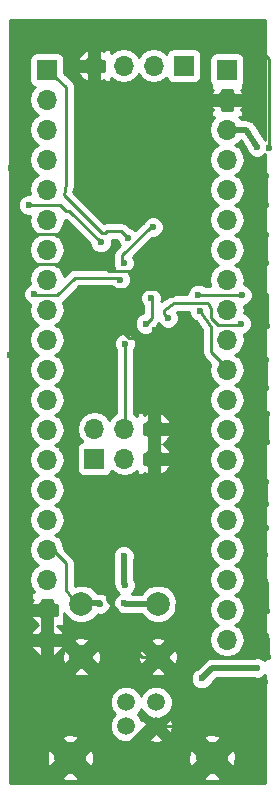
<source format=gbr>
G04 #@! TF.FileFunction,Copper,L2,Bot,Signal*
%FSLAX46Y46*%
G04 Gerber Fmt 4.6, Leading zero omitted, Abs format (unit mm)*
G04 Created by KiCad (PCBNEW 4.0.7) date 06/29/20 23:10:56*
%MOMM*%
%LPD*%
G01*
G04 APERTURE LIST*
%ADD10C,0.100000*%
%ADD11C,2.000000*%
%ADD12R,1.700000X1.700000*%
%ADD13O,1.700000X1.700000*%
%ADD14C,1.520000*%
%ADD15C,2.700000*%
%ADD16C,0.600000*%
%ADD17C,0.250000*%
%ADD18C,0.500000*%
G04 APERTURE END LIST*
D10*
D11*
X64028000Y-83866000D03*
X64028000Y-79366000D03*
X70528000Y-83866000D03*
X70528000Y-79366000D03*
D12*
X61110000Y-34158000D03*
D13*
X61110000Y-36698000D03*
X61110000Y-39238000D03*
X61110000Y-41778000D03*
X61110000Y-44318000D03*
X61110000Y-46858000D03*
X61110000Y-49398000D03*
X61110000Y-51938000D03*
X61110000Y-54478000D03*
X61110000Y-57018000D03*
X61110000Y-59558000D03*
X61110000Y-62098000D03*
X61110000Y-64638000D03*
X61110000Y-67178000D03*
X61110000Y-69718000D03*
X61110000Y-72258000D03*
X61110000Y-74798000D03*
X61110000Y-77338000D03*
X61110000Y-79878000D03*
X61110000Y-82418000D03*
D12*
X76350000Y-34158000D03*
D13*
X76350000Y-36698000D03*
X76350000Y-39238000D03*
X76350000Y-41778000D03*
X76350000Y-44318000D03*
X76350000Y-46858000D03*
X76350000Y-49398000D03*
X76350000Y-51938000D03*
X76350000Y-54478000D03*
X76350000Y-57018000D03*
X76350000Y-59558000D03*
X76350000Y-62098000D03*
X76350000Y-64638000D03*
X76350000Y-67178000D03*
X76350000Y-69718000D03*
X76350000Y-72258000D03*
X76350000Y-74798000D03*
X76350000Y-77338000D03*
X76350000Y-79878000D03*
X76350000Y-82418000D03*
D12*
X72694800Y-33807400D03*
D13*
X70154800Y-33807400D03*
X67614800Y-33807400D03*
X65074800Y-33807400D03*
D14*
X67828000Y-87706000D03*
X70368000Y-87706000D03*
X70368000Y-89706000D03*
X67828000Y-89706000D03*
D15*
X63098000Y-92406000D03*
X75098000Y-92406000D03*
D12*
X65128000Y-67086000D03*
D13*
X65128000Y-64546000D03*
X67668000Y-67086000D03*
X67668000Y-64546000D03*
X70208000Y-67086000D03*
X70208000Y-64546000D03*
D16*
X65673000Y-48776000D03*
X59573000Y-45626000D03*
X70778000Y-52546000D03*
X71738000Y-53206000D03*
X74608000Y-48406000D03*
X74608000Y-47586000D03*
X65578000Y-53916000D03*
X66978000Y-55726000D03*
X70268000Y-56216000D03*
X66038000Y-71356000D03*
X66238000Y-72876000D03*
X66248000Y-74696000D03*
X66198000Y-76466000D03*
X58368000Y-83946000D03*
X58398000Y-81116000D03*
X58318000Y-78736000D03*
X58438000Y-76216000D03*
X58318000Y-73406000D03*
X58178000Y-70756000D03*
X58138000Y-68126000D03*
X58298000Y-65856000D03*
X58298000Y-63376000D03*
X58338000Y-60736000D03*
X58008000Y-58336000D03*
X58228000Y-55656000D03*
X58168000Y-52836000D03*
X58228000Y-50316000D03*
X58178000Y-47896000D03*
X58368000Y-45606000D03*
X58098000Y-42486000D03*
X58328000Y-40616000D03*
X58408000Y-38516000D03*
X58198000Y-35176000D03*
X58498000Y-32616000D03*
X60008000Y-30906000D03*
X63828000Y-31126000D03*
X66688000Y-30766000D03*
X69048000Y-31026000D03*
X71528000Y-31046000D03*
X74518000Y-31006000D03*
X78358000Y-31636000D03*
X79938000Y-40796000D03*
X79658000Y-43166000D03*
X79628000Y-45606000D03*
X79668000Y-48116000D03*
X79668000Y-50486000D03*
X79638000Y-53296000D03*
X79738000Y-55836000D03*
X79668000Y-58716000D03*
X79628000Y-61116000D03*
X79748000Y-63326000D03*
X79708000Y-65646000D03*
X79658000Y-69036000D03*
X79628000Y-70946000D03*
X79678000Y-72936000D03*
X79618000Y-75206000D03*
X79618000Y-77436000D03*
X79738000Y-79966000D03*
X79688000Y-82116000D03*
X79828000Y-83906000D03*
X79598000Y-85986000D03*
X79538000Y-87786000D03*
X79538000Y-90096000D03*
X79108000Y-91316000D03*
X77498000Y-91706000D03*
X74918000Y-89836000D03*
X73618000Y-89856000D03*
X67768000Y-91466000D03*
X65878000Y-91246000D03*
X64788000Y-90116000D03*
X63568000Y-89716000D03*
X61828000Y-90126000D03*
X73778000Y-77726000D03*
X72378000Y-78276000D03*
X72238000Y-79656000D03*
X71928000Y-43726000D03*
X72138000Y-42856000D03*
X68038000Y-42466000D03*
X68118000Y-43626000D03*
X64138000Y-43376000D03*
X65018000Y-45436000D03*
X66618000Y-45696000D03*
X72898000Y-38551000D03*
X66748000Y-52726000D03*
X64118000Y-41106000D03*
X71108000Y-47986000D03*
X69778000Y-50666000D03*
X69368000Y-59776000D03*
X65688000Y-60346000D03*
X74123000Y-56251000D03*
X70108000Y-47466000D03*
X67618000Y-50516000D03*
X67668000Y-79346000D03*
X65628000Y-79356000D03*
X67298000Y-51926000D03*
X60048000Y-53151000D03*
X71358000Y-55176000D03*
X77528000Y-55646000D03*
X77598000Y-53246000D03*
X73938000Y-53206000D03*
X67998000Y-48401000D03*
X74218000Y-85696000D03*
X78928000Y-84796000D03*
X67738000Y-77756000D03*
X67608000Y-75326000D03*
X78888000Y-40696000D03*
X74048000Y-54586000D03*
X69918000Y-53506000D03*
X69478000Y-55656000D03*
X67708000Y-57336000D03*
D17*
X65673000Y-48776000D02*
X63023000Y-46126000D01*
X63023000Y-46126000D02*
X62748000Y-46126000D01*
X62748000Y-46126000D02*
X62248000Y-45626000D01*
X62248000Y-45626000D02*
X59573000Y-45626000D01*
X58178000Y-47896000D02*
X59158000Y-47896000D01*
X59158000Y-47896000D02*
X59348000Y-48086000D01*
X59348000Y-48086000D02*
X62878000Y-48086000D01*
X62878000Y-48086000D02*
X64528000Y-49736000D01*
X64528000Y-49736000D02*
X64528000Y-50596000D01*
X58228000Y-50316000D02*
X58798000Y-50316000D01*
X58798000Y-50316000D02*
X59078000Y-50596000D01*
X59078000Y-50596000D02*
X64528000Y-50596000D01*
X64528000Y-50596000D02*
X65758000Y-50596000D01*
X65758000Y-50596000D02*
X66398000Y-51236000D01*
X66398000Y-51236000D02*
X68998000Y-51236000D01*
X68998000Y-51236000D02*
X69568000Y-50666000D01*
X69568000Y-50666000D02*
X69778000Y-50666000D01*
X66748000Y-52726000D02*
X70598000Y-52726000D01*
X70598000Y-52726000D02*
X70778000Y-52546000D01*
X71738000Y-53206000D02*
X73648000Y-51296000D01*
X73648000Y-51296000D02*
X73648000Y-49366000D01*
X73648000Y-49366000D02*
X74608000Y-48406000D01*
X74608000Y-47586000D02*
X71928000Y-44906000D01*
X71928000Y-44906000D02*
X71928000Y-43726000D01*
X70268000Y-56216000D02*
X74088000Y-56216000D01*
X74088000Y-56216000D02*
X74123000Y-56251000D01*
X66748000Y-52726000D02*
X66748000Y-52746000D01*
X66748000Y-52746000D02*
X65578000Y-53916000D01*
X66978000Y-55726000D02*
X68098000Y-56846000D01*
X68098000Y-56846000D02*
X69638000Y-56846000D01*
X69638000Y-56846000D02*
X70268000Y-56216000D01*
X66198000Y-76466000D02*
X66198000Y-79046000D01*
X66198000Y-79046000D02*
X67118000Y-79966000D01*
X67118000Y-79966000D02*
X67118000Y-81826000D01*
X67118000Y-81826000D02*
X69158000Y-83866000D01*
X69158000Y-83866000D02*
X70528000Y-83866000D01*
X65718000Y-69996000D02*
X65718000Y-71036000D01*
X65718000Y-71036000D02*
X66038000Y-71356000D01*
X66238000Y-72876000D02*
X66248000Y-72886000D01*
X66248000Y-72886000D02*
X66248000Y-74696000D01*
X66198000Y-76466000D02*
X66198000Y-76446000D01*
X61110000Y-82418000D02*
X59896000Y-82418000D01*
X59896000Y-82418000D02*
X58368000Y-83946000D01*
X58398000Y-81116000D02*
X58318000Y-81036000D01*
X58318000Y-81036000D02*
X58318000Y-78736000D01*
X58438000Y-76216000D02*
X58318000Y-76096000D01*
X58318000Y-76096000D02*
X58318000Y-73406000D01*
X58178000Y-70756000D02*
X58138000Y-70716000D01*
X58138000Y-70716000D02*
X58138000Y-68126000D01*
X58298000Y-65856000D02*
X58298000Y-63376000D01*
X58338000Y-60736000D02*
X58008000Y-60406000D01*
X58008000Y-60406000D02*
X58008000Y-58336000D01*
X58228000Y-55656000D02*
X58168000Y-55596000D01*
X58168000Y-55596000D02*
X58168000Y-52836000D01*
X58228000Y-50316000D02*
X58178000Y-50266000D01*
X58178000Y-50266000D02*
X58178000Y-47896000D01*
X58368000Y-45606000D02*
X58098000Y-45336000D01*
X58098000Y-45336000D02*
X58098000Y-42486000D01*
X58328000Y-40616000D02*
X58408000Y-40536000D01*
X58408000Y-40536000D02*
X58408000Y-38516000D01*
X58198000Y-35176000D02*
X58498000Y-34876000D01*
X58498000Y-34876000D02*
X58498000Y-32616000D01*
X60008000Y-30906000D02*
X60228000Y-31126000D01*
X60228000Y-31126000D02*
X63828000Y-31126000D01*
X66688000Y-30766000D02*
X66948000Y-31026000D01*
X66948000Y-31026000D02*
X69048000Y-31026000D01*
X71528000Y-31046000D02*
X71568000Y-31006000D01*
X71568000Y-31006000D02*
X74518000Y-31006000D01*
X78358000Y-31636000D02*
X79938000Y-33216000D01*
X79938000Y-33216000D02*
X79938000Y-40796000D01*
X79658000Y-43166000D02*
X79628000Y-43196000D01*
X79628000Y-43196000D02*
X79628000Y-45606000D01*
X79668000Y-48116000D02*
X79668000Y-50486000D01*
X79638000Y-53296000D02*
X79738000Y-53396000D01*
X79738000Y-53396000D02*
X79738000Y-55836000D01*
X79668000Y-58716000D02*
X79628000Y-58756000D01*
X79628000Y-58756000D02*
X79628000Y-61116000D01*
X79748000Y-63326000D02*
X79708000Y-63366000D01*
X79708000Y-63366000D02*
X79708000Y-65646000D01*
X79658000Y-69036000D02*
X79628000Y-69066000D01*
X79628000Y-69066000D02*
X79628000Y-70946000D01*
X79678000Y-72936000D02*
X79618000Y-72996000D01*
X79618000Y-72996000D02*
X79618000Y-75206000D01*
X79618000Y-77436000D02*
X79738000Y-77556000D01*
X79738000Y-77556000D02*
X79738000Y-79966000D01*
X79688000Y-82116000D02*
X79828000Y-82256000D01*
X79828000Y-82256000D02*
X79828000Y-83906000D01*
X79598000Y-85986000D02*
X79538000Y-86046000D01*
X79538000Y-86046000D02*
X79538000Y-87786000D01*
X79538000Y-90096000D02*
X79108000Y-90526000D01*
X79108000Y-90526000D02*
X79108000Y-91316000D01*
X77498000Y-91706000D02*
X75628000Y-89836000D01*
X75628000Y-89836000D02*
X74918000Y-89836000D01*
X73618000Y-89856000D02*
X73468000Y-89706000D01*
X73468000Y-89706000D02*
X70368000Y-89706000D01*
X70368000Y-89706000D02*
X69528000Y-89706000D01*
X69528000Y-89706000D02*
X67768000Y-91466000D01*
X65878000Y-91246000D02*
X64788000Y-90156000D01*
X64788000Y-90156000D02*
X64788000Y-90116000D01*
X63568000Y-89716000D02*
X63158000Y-90126000D01*
X63158000Y-90126000D02*
X61828000Y-90126000D01*
D18*
X73778000Y-77726000D02*
X73228000Y-78276000D01*
X73228000Y-78276000D02*
X72378000Y-78276000D01*
X72238000Y-79656000D02*
X72238000Y-79676000D01*
D17*
X71928000Y-43726000D02*
X71928000Y-43746000D01*
X68428000Y-42856000D02*
X72138000Y-42856000D01*
X68038000Y-42466000D02*
X68428000Y-42856000D01*
X64388000Y-43626000D02*
X68118000Y-43626000D01*
X64138000Y-43376000D02*
X64388000Y-43626000D01*
X66358000Y-45436000D02*
X65018000Y-45436000D01*
X66618000Y-45696000D02*
X66358000Y-45436000D01*
X72948000Y-38601000D02*
X72973000Y-38601000D01*
X72898000Y-38551000D02*
X72948000Y-38601000D01*
X67488000Y-49876000D02*
X69898000Y-47466000D01*
X69898000Y-47466000D02*
X70108000Y-47466000D01*
X67488000Y-50386000D02*
X67488000Y-49876000D01*
X67618000Y-50516000D02*
X67488000Y-50386000D01*
D18*
X70528000Y-79366000D02*
X67708000Y-79386000D01*
X67708000Y-79386000D02*
X67668000Y-79346000D01*
X65628000Y-79356000D02*
X65608000Y-79336000D01*
X65608000Y-79336000D02*
X64028000Y-79366000D01*
D17*
X64028000Y-79366000D02*
X63618000Y-79366000D01*
X63618000Y-79366000D02*
X62728000Y-78206000D01*
X62728000Y-78206000D02*
X62728000Y-75906000D01*
X62728000Y-75906000D02*
X61620000Y-74798000D01*
X61620000Y-74798000D02*
X61110000Y-74798000D01*
X67298000Y-51926000D02*
X67123000Y-51751000D01*
X67123000Y-51751000D02*
X63498000Y-51751000D01*
X63498000Y-51751000D02*
X61998000Y-53251000D01*
X61998000Y-53251000D02*
X60023000Y-53251000D01*
X60023000Y-53251000D02*
X60048000Y-53226000D01*
X60048000Y-53226000D02*
X60048000Y-53151000D01*
X64536000Y-78858000D02*
X64028000Y-79366000D01*
X71358000Y-55176000D02*
X71058000Y-54876000D01*
X71058000Y-54876000D02*
X71058000Y-54516000D01*
X71058000Y-54516000D02*
X71908000Y-53926000D01*
X71908000Y-53926000D02*
X74768000Y-53926000D01*
X74768000Y-53926000D02*
X75018000Y-54436000D01*
X75018000Y-54436000D02*
X75018000Y-55146000D01*
X75018000Y-55146000D02*
X75618000Y-55746000D01*
X75618000Y-55746000D02*
X77428000Y-55746000D01*
X77428000Y-55746000D02*
X77528000Y-55646000D01*
X73938000Y-53206000D02*
X73978000Y-53246000D01*
X73978000Y-53246000D02*
X77598000Y-53246000D01*
X62738000Y-43826000D02*
X62738000Y-35596000D01*
X62738000Y-35596000D02*
X61110000Y-34158000D01*
X67998000Y-48401000D02*
X67423000Y-47826000D01*
X67423000Y-47826000D02*
X66198000Y-47826000D01*
X66198000Y-47826000D02*
X66048000Y-47976000D01*
X66048000Y-47976000D02*
X65773000Y-47976000D01*
X65773000Y-47976000D02*
X62548000Y-44751000D01*
X62548000Y-44751000D02*
X62738000Y-43826000D01*
D18*
X74218000Y-85696000D02*
X75118000Y-84796000D01*
X75118000Y-84796000D02*
X78928000Y-84796000D01*
X67738000Y-77756000D02*
X67608000Y-77626000D01*
X67608000Y-77626000D02*
X67608000Y-75326000D01*
X78888000Y-40696000D02*
X78010000Y-39238000D01*
X78010000Y-39238000D02*
X76350000Y-39238000D01*
D17*
X74048000Y-54586000D02*
X75008000Y-55946000D01*
X75008000Y-55946000D02*
X74988000Y-58036000D01*
X74988000Y-58036000D02*
X76350000Y-59398000D01*
X76350000Y-59398000D02*
X76350000Y-59558000D01*
X69918000Y-53506000D02*
X69978000Y-53566000D01*
X69978000Y-53566000D02*
X69978000Y-55156000D01*
X69978000Y-55156000D02*
X69478000Y-55656000D01*
X67708000Y-57336000D02*
X67708000Y-64506000D01*
X67708000Y-64506000D02*
X67668000Y-64546000D01*
G36*
X79598000Y-40097949D02*
X79475159Y-39974894D01*
X78759580Y-38786607D01*
X78687887Y-38707834D01*
X78628718Y-38619282D01*
X78574046Y-38582751D01*
X78529781Y-38534115D01*
X78433404Y-38488776D01*
X78344848Y-38429605D01*
X78280350Y-38416776D01*
X78220850Y-38388785D01*
X78114464Y-38383779D01*
X78010000Y-38363000D01*
X77534122Y-38363000D01*
X77421880Y-38195017D01*
X77400902Y-38181000D01*
X77725002Y-38181000D01*
X77725002Y-37548000D01*
X77547880Y-37548000D01*
X77686820Y-37340029D01*
X77604726Y-37123000D01*
X76775000Y-37123000D01*
X76775000Y-37548000D01*
X75925000Y-37548000D01*
X75925000Y-37123000D01*
X75095274Y-37123000D01*
X75013180Y-37340029D01*
X75152120Y-37548000D01*
X74974998Y-37548000D01*
X74974998Y-38181000D01*
X75299098Y-38181000D01*
X75278120Y-38195017D01*
X74958381Y-38673542D01*
X74846103Y-39238000D01*
X74958381Y-39802458D01*
X75278120Y-40280983D01*
X75617876Y-40508000D01*
X75278120Y-40735017D01*
X74958381Y-41213542D01*
X74846103Y-41778000D01*
X74958381Y-42342458D01*
X75278120Y-42820983D01*
X75617876Y-43048000D01*
X75278120Y-43275017D01*
X74958381Y-43753542D01*
X74846103Y-44318000D01*
X74958381Y-44882458D01*
X75278120Y-45360983D01*
X75617876Y-45588000D01*
X75278120Y-45815017D01*
X74958381Y-46293542D01*
X74846103Y-46858000D01*
X74958381Y-47422458D01*
X75278120Y-47900983D01*
X75617876Y-48128000D01*
X75278120Y-48355017D01*
X74958381Y-48833542D01*
X74846103Y-49398000D01*
X74958381Y-49962458D01*
X75278120Y-50440983D01*
X75617876Y-50668000D01*
X75278120Y-50895017D01*
X74958381Y-51373542D01*
X74846103Y-51938000D01*
X74957096Y-52496000D01*
X74536246Y-52496000D01*
X74462655Y-52422280D01*
X74122801Y-52281161D01*
X73754813Y-52280840D01*
X73414714Y-52421366D01*
X73154280Y-52681345D01*
X73013161Y-53021199D01*
X73013026Y-53176000D01*
X71908000Y-53176000D01*
X71829106Y-53191693D01*
X71748672Y-53193118D01*
X71686975Y-53219964D01*
X71620987Y-53233090D01*
X71554102Y-53277782D01*
X71480339Y-53309878D01*
X70806916Y-53777312D01*
X70842839Y-53690801D01*
X70843160Y-53322813D01*
X70702634Y-52982714D01*
X70442655Y-52722280D01*
X70102801Y-52581161D01*
X69734813Y-52580840D01*
X69394714Y-52721366D01*
X69134280Y-52981345D01*
X68993161Y-53321199D01*
X68992840Y-53689187D01*
X69133366Y-54029286D01*
X69228000Y-54124086D01*
X69228000Y-54758447D01*
X68954714Y-54871366D01*
X68694280Y-55131345D01*
X68553161Y-55471199D01*
X68552840Y-55839187D01*
X68693366Y-56179286D01*
X68953345Y-56439720D01*
X69293199Y-56580839D01*
X69661187Y-56581160D01*
X70001286Y-56440634D01*
X70261720Y-56180655D01*
X70402839Y-55840801D01*
X70402882Y-55791778D01*
X70508330Y-55686330D01*
X70545208Y-55631138D01*
X70573366Y-55699286D01*
X70833345Y-55959720D01*
X71173199Y-56100839D01*
X71541187Y-56101160D01*
X71881286Y-55960634D01*
X72141720Y-55700655D01*
X72282839Y-55360801D01*
X72283160Y-54992813D01*
X72152256Y-54676000D01*
X73122921Y-54676000D01*
X73122840Y-54769187D01*
X73263366Y-55109286D01*
X73523345Y-55369720D01*
X73749462Y-55463611D01*
X74255718Y-56180808D01*
X74238034Y-58028823D01*
X74238713Y-58032416D01*
X74238000Y-58036000D01*
X74265853Y-58176028D01*
X74292375Y-58316369D01*
X74294377Y-58319428D01*
X74295090Y-58323013D01*
X74374436Y-58441762D01*
X74452620Y-58561231D01*
X74455639Y-58563290D01*
X74457670Y-58566330D01*
X74946187Y-59054847D01*
X74846103Y-59558000D01*
X74958381Y-60122458D01*
X75278120Y-60600983D01*
X75617876Y-60828000D01*
X75278120Y-61055017D01*
X74958381Y-61533542D01*
X74846103Y-62098000D01*
X74958381Y-62662458D01*
X75278120Y-63140983D01*
X75617876Y-63368000D01*
X75278120Y-63595017D01*
X74958381Y-64073542D01*
X74846103Y-64638000D01*
X74958381Y-65202458D01*
X75278120Y-65680983D01*
X75617876Y-65908000D01*
X75278120Y-66135017D01*
X74958381Y-66613542D01*
X74846103Y-67178000D01*
X74958381Y-67742458D01*
X75278120Y-68220983D01*
X75617876Y-68448000D01*
X75278120Y-68675017D01*
X74958381Y-69153542D01*
X74846103Y-69718000D01*
X74958381Y-70282458D01*
X75278120Y-70760983D01*
X75617876Y-70988000D01*
X75278120Y-71215017D01*
X74958381Y-71693542D01*
X74846103Y-72258000D01*
X74958381Y-72822458D01*
X75278120Y-73300983D01*
X75617876Y-73528000D01*
X75278120Y-73755017D01*
X74958381Y-74233542D01*
X74846103Y-74798000D01*
X74958381Y-75362458D01*
X75278120Y-75840983D01*
X75617876Y-76068000D01*
X75278120Y-76295017D01*
X74958381Y-76773542D01*
X74846103Y-77338000D01*
X74958381Y-77902458D01*
X75278120Y-78380983D01*
X75617876Y-78608000D01*
X75278120Y-78835017D01*
X74958381Y-79313542D01*
X74846103Y-79878000D01*
X74958381Y-80442458D01*
X75278120Y-80920983D01*
X75617876Y-81148000D01*
X75278120Y-81375017D01*
X74958381Y-81853542D01*
X74846103Y-82418000D01*
X74958381Y-82982458D01*
X75278120Y-83460983D01*
X75756645Y-83780722D01*
X76321103Y-83893000D01*
X76378897Y-83893000D01*
X76943355Y-83780722D01*
X77421880Y-83460983D01*
X77741619Y-82982458D01*
X77853897Y-82418000D01*
X77741619Y-81853542D01*
X77421880Y-81375017D01*
X77082124Y-81148000D01*
X77421880Y-80920983D01*
X77741619Y-80442458D01*
X77853897Y-79878000D01*
X77741619Y-79313542D01*
X77421880Y-78835017D01*
X77082124Y-78608000D01*
X77421880Y-78380983D01*
X77741619Y-77902458D01*
X77853897Y-77338000D01*
X77741619Y-76773542D01*
X77421880Y-76295017D01*
X77082124Y-76068000D01*
X77421880Y-75840983D01*
X77741619Y-75362458D01*
X77853897Y-74798000D01*
X77741619Y-74233542D01*
X77421880Y-73755017D01*
X77082124Y-73528000D01*
X77421880Y-73300983D01*
X77741619Y-72822458D01*
X77853897Y-72258000D01*
X77741619Y-71693542D01*
X77421880Y-71215017D01*
X77082124Y-70988000D01*
X77421880Y-70760983D01*
X77741619Y-70282458D01*
X77853897Y-69718000D01*
X77741619Y-69153542D01*
X77421880Y-68675017D01*
X77082124Y-68448000D01*
X77421880Y-68220983D01*
X77741619Y-67742458D01*
X77853897Y-67178000D01*
X77741619Y-66613542D01*
X77421880Y-66135017D01*
X77082124Y-65908000D01*
X77421880Y-65680983D01*
X77741619Y-65202458D01*
X77853897Y-64638000D01*
X77741619Y-64073542D01*
X77421880Y-63595017D01*
X77082124Y-63368000D01*
X77421880Y-63140983D01*
X77741619Y-62662458D01*
X77853897Y-62098000D01*
X77741619Y-61533542D01*
X77421880Y-61055017D01*
X77082124Y-60828000D01*
X77421880Y-60600983D01*
X77741619Y-60122458D01*
X77853897Y-59558000D01*
X77741619Y-58993542D01*
X77421880Y-58515017D01*
X77082124Y-58288000D01*
X77421880Y-58060983D01*
X77741619Y-57582458D01*
X77853897Y-57018000D01*
X77760927Y-56550608D01*
X78051286Y-56430634D01*
X78311720Y-56170655D01*
X78452839Y-55830801D01*
X78453160Y-55462813D01*
X78312634Y-55122714D01*
X78052655Y-54862280D01*
X77798455Y-54756727D01*
X77853897Y-54478000D01*
X77791976Y-54166702D01*
X78121286Y-54030634D01*
X78381720Y-53770655D01*
X78522839Y-53430801D01*
X78523160Y-53062813D01*
X78382634Y-52722714D01*
X78122655Y-52462280D01*
X77782801Y-52321161D01*
X77777682Y-52321157D01*
X77853897Y-51938000D01*
X77741619Y-51373542D01*
X77421880Y-50895017D01*
X77082124Y-50668000D01*
X77421880Y-50440983D01*
X77741619Y-49962458D01*
X77853897Y-49398000D01*
X77741619Y-48833542D01*
X77421880Y-48355017D01*
X77082124Y-48128000D01*
X77421880Y-47900983D01*
X77741619Y-47422458D01*
X77853897Y-46858000D01*
X77741619Y-46293542D01*
X77421880Y-45815017D01*
X77082124Y-45588000D01*
X77421880Y-45360983D01*
X77741619Y-44882458D01*
X77853897Y-44318000D01*
X77741619Y-43753542D01*
X77421880Y-43275017D01*
X77082124Y-43048000D01*
X77421880Y-42820983D01*
X77741619Y-42342458D01*
X77853897Y-41778000D01*
X77741619Y-41213542D01*
X77421880Y-40735017D01*
X77082124Y-40508000D01*
X77421880Y-40280983D01*
X77524335Y-40127648D01*
X77962860Y-40855860D01*
X77962840Y-40879187D01*
X78103366Y-41219286D01*
X78363345Y-41479720D01*
X78703199Y-41620839D01*
X79071187Y-41621160D01*
X79411286Y-41480634D01*
X79598000Y-41294246D01*
X79598000Y-84157879D01*
X79452655Y-84012280D01*
X79112801Y-83871161D01*
X78744813Y-83870840D01*
X78623416Y-83921000D01*
X75118000Y-83921000D01*
X74814146Y-83981440D01*
X74783152Y-83987605D01*
X74499281Y-84177282D01*
X73814828Y-84861736D01*
X73694714Y-84911366D01*
X73434280Y-85171345D01*
X73293161Y-85511199D01*
X73292840Y-85879187D01*
X73433366Y-86219286D01*
X73693345Y-86479720D01*
X74033199Y-86620839D01*
X74401187Y-86621160D01*
X74741286Y-86480634D01*
X75001720Y-86220655D01*
X75052093Y-86099344D01*
X75480437Y-85671000D01*
X78623173Y-85671000D01*
X78743199Y-85720839D01*
X79111187Y-85721160D01*
X79451286Y-85580634D01*
X79598000Y-85434176D01*
X79598000Y-94576000D01*
X57998000Y-94576000D01*
X57998000Y-94111584D01*
X62347010Y-94111584D01*
X62523858Y-94344617D01*
X63309438Y-94416763D01*
X63672142Y-94344617D01*
X63848990Y-94111584D01*
X74347010Y-94111584D01*
X74523858Y-94344617D01*
X75309438Y-94416763D01*
X75672142Y-94344617D01*
X75848990Y-94111584D01*
X75098000Y-93360594D01*
X74347010Y-94111584D01*
X63848990Y-94111584D01*
X63098000Y-93360594D01*
X62347010Y-94111584D01*
X57998000Y-94111584D01*
X57998000Y-92617438D01*
X61087237Y-92617438D01*
X61159383Y-92980142D01*
X61392416Y-93156990D01*
X62143406Y-92406000D01*
X64052594Y-92406000D01*
X64803584Y-93156990D01*
X65036617Y-92980142D01*
X65069926Y-92617438D01*
X73087237Y-92617438D01*
X73159383Y-92980142D01*
X73392416Y-93156990D01*
X74143406Y-92406000D01*
X76052594Y-92406000D01*
X76803584Y-93156990D01*
X77036617Y-92980142D01*
X77108763Y-92194562D01*
X77036617Y-91831858D01*
X76803584Y-91655010D01*
X76052594Y-92406000D01*
X74143406Y-92406000D01*
X73392416Y-91655010D01*
X73159383Y-91831858D01*
X73087237Y-92617438D01*
X65069926Y-92617438D01*
X65108763Y-92194562D01*
X65036617Y-91831858D01*
X64803584Y-91655010D01*
X64052594Y-92406000D01*
X62143406Y-92406000D01*
X61392416Y-91655010D01*
X61159383Y-91831858D01*
X61087237Y-92617438D01*
X57998000Y-92617438D01*
X57998000Y-90700416D01*
X62347010Y-90700416D01*
X63098000Y-91451406D01*
X63848990Y-90700416D01*
X63672142Y-90467383D01*
X62886562Y-90395237D01*
X62523858Y-90467383D01*
X62347010Y-90700416D01*
X57998000Y-90700416D01*
X57998000Y-87980285D01*
X66442760Y-87980285D01*
X66653169Y-88489515D01*
X66869313Y-88706036D01*
X66654539Y-88920436D01*
X66443241Y-89429298D01*
X66442760Y-89980285D01*
X66653169Y-90489515D01*
X67042436Y-90879461D01*
X67551298Y-91090759D01*
X68102285Y-91091240D01*
X68611515Y-90880831D01*
X68666758Y-90825684D01*
X69785717Y-90825684D01*
X69871036Y-91036507D01*
X70418028Y-91125408D01*
X70864964Y-91036507D01*
X70950283Y-90825684D01*
X70825015Y-90700416D01*
X74347010Y-90700416D01*
X75098000Y-91451406D01*
X75848990Y-90700416D01*
X75672142Y-90467383D01*
X74886562Y-90395237D01*
X74523858Y-90467383D01*
X74347010Y-90700416D01*
X70825015Y-90700416D01*
X70368000Y-90243401D01*
X69785717Y-90825684D01*
X68666758Y-90825684D01*
X69001461Y-90491564D01*
X69109241Y-90232000D01*
X69248316Y-90288283D01*
X69830599Y-89706000D01*
X70905401Y-89706000D01*
X71487684Y-90288283D01*
X71698507Y-90202964D01*
X71787408Y-89655972D01*
X71698507Y-89209036D01*
X71487684Y-89123717D01*
X70905401Y-89706000D01*
X69830599Y-89706000D01*
X69248316Y-89123717D01*
X69109235Y-89180002D01*
X69002831Y-88922485D01*
X68786687Y-88705964D01*
X69001461Y-88491564D01*
X69097976Y-88259130D01*
X69193169Y-88489515D01*
X69582436Y-88879461D01*
X70091298Y-89090759D01*
X70290334Y-89090933D01*
X70368000Y-89168599D01*
X70445531Y-89091068D01*
X70642285Y-89091240D01*
X71151515Y-88880831D01*
X71541461Y-88491564D01*
X71752759Y-87982702D01*
X71753240Y-87431715D01*
X71542831Y-86922485D01*
X71153564Y-86532539D01*
X70644702Y-86321241D01*
X70093715Y-86320760D01*
X69584485Y-86531169D01*
X69194539Y-86920436D01*
X69098024Y-87152870D01*
X69002831Y-86922485D01*
X68613564Y-86532539D01*
X68104702Y-86321241D01*
X67553715Y-86320760D01*
X67044485Y-86531169D01*
X66654539Y-86920436D01*
X66443241Y-87429298D01*
X66442760Y-87980285D01*
X57998000Y-87980285D01*
X57998000Y-85224609D01*
X63376498Y-85224609D01*
X63499021Y-85444727D01*
X64143440Y-85526985D01*
X64556979Y-85444727D01*
X64679502Y-85224609D01*
X69876498Y-85224609D01*
X69999021Y-85444727D01*
X70643440Y-85526985D01*
X71056979Y-85444727D01*
X71179502Y-85224609D01*
X70528000Y-84573107D01*
X69876498Y-85224609D01*
X64679502Y-85224609D01*
X64028000Y-84573107D01*
X63376498Y-85224609D01*
X57998000Y-85224609D01*
X57998000Y-83981440D01*
X62367015Y-83981440D01*
X62449273Y-84394979D01*
X62669391Y-84517502D01*
X63320893Y-83866000D01*
X64735107Y-83866000D01*
X65386609Y-84517502D01*
X65606727Y-84394979D01*
X65659513Y-83981440D01*
X68867015Y-83981440D01*
X68949273Y-84394979D01*
X69169391Y-84517502D01*
X69820893Y-83866000D01*
X71235107Y-83866000D01*
X71886609Y-84517502D01*
X72106727Y-84394979D01*
X72188985Y-83750560D01*
X72106727Y-83337021D01*
X71886609Y-83214498D01*
X71235107Y-83866000D01*
X69820893Y-83866000D01*
X69169391Y-83214498D01*
X68949273Y-83337021D01*
X68867015Y-83981440D01*
X65659513Y-83981440D01*
X65688985Y-83750560D01*
X65606727Y-83337021D01*
X65386609Y-83214498D01*
X64735107Y-83866000D01*
X63320893Y-83866000D01*
X62669391Y-83214498D01*
X62449273Y-83337021D01*
X62367015Y-83981440D01*
X57998000Y-83981440D01*
X57998000Y-83060029D01*
X59773180Y-83060029D01*
X60005246Y-83407396D01*
X60467966Y-83754854D01*
X60685000Y-83680581D01*
X60685000Y-82843000D01*
X61535000Y-82843000D01*
X61535000Y-83680581D01*
X61752034Y-83754854D01*
X62214754Y-83407396D01*
X62446820Y-83060029D01*
X62364726Y-82843000D01*
X61535000Y-82843000D01*
X60685000Y-82843000D01*
X59855274Y-82843000D01*
X59773180Y-83060029D01*
X57998000Y-83060029D01*
X57998000Y-82507391D01*
X63376498Y-82507391D01*
X64028000Y-83158893D01*
X64679502Y-82507391D01*
X69876498Y-82507391D01*
X70528000Y-83158893D01*
X71179502Y-82507391D01*
X71056979Y-82287273D01*
X70412560Y-82205015D01*
X69999021Y-82287273D01*
X69876498Y-82507391D01*
X64679502Y-82507391D01*
X64556979Y-82287273D01*
X63912560Y-82205015D01*
X63499021Y-82287273D01*
X63376498Y-82507391D01*
X57998000Y-82507391D01*
X57998000Y-80520029D01*
X59773180Y-80520029D01*
X60005246Y-80867396D01*
X60378935Y-81148000D01*
X60005246Y-81428604D01*
X59773180Y-81775971D01*
X59855274Y-81993000D01*
X60685000Y-81993000D01*
X60685000Y-81155419D01*
X60663321Y-81148000D01*
X60685000Y-81140581D01*
X60685000Y-80303000D01*
X59855274Y-80303000D01*
X59773180Y-80520029D01*
X57998000Y-80520029D01*
X57998000Y-45809187D01*
X58647840Y-45809187D01*
X58788366Y-46149286D01*
X59048345Y-46409720D01*
X59388199Y-46550839D01*
X59667153Y-46551082D01*
X59606103Y-46858000D01*
X59718381Y-47422458D01*
X60038120Y-47900983D01*
X60377876Y-48128000D01*
X60038120Y-48355017D01*
X59718381Y-48833542D01*
X59606103Y-49398000D01*
X59718381Y-49962458D01*
X60038120Y-50440983D01*
X60377876Y-50668000D01*
X60038120Y-50895017D01*
X59718381Y-51373542D01*
X59606103Y-51938000D01*
X59678658Y-52302758D01*
X59524714Y-52366366D01*
X59264280Y-52626345D01*
X59123161Y-52966199D01*
X59122840Y-53334187D01*
X59263366Y-53674286D01*
X59523345Y-53934720D01*
X59699610Y-54007911D01*
X59606103Y-54478000D01*
X59718381Y-55042458D01*
X60038120Y-55520983D01*
X60377876Y-55748000D01*
X60038120Y-55975017D01*
X59718381Y-56453542D01*
X59606103Y-57018000D01*
X59718381Y-57582458D01*
X60038120Y-58060983D01*
X60377876Y-58288000D01*
X60038120Y-58515017D01*
X59718381Y-58993542D01*
X59606103Y-59558000D01*
X59718381Y-60122458D01*
X60038120Y-60600983D01*
X60377876Y-60828000D01*
X60038120Y-61055017D01*
X59718381Y-61533542D01*
X59606103Y-62098000D01*
X59718381Y-62662458D01*
X60038120Y-63140983D01*
X60377876Y-63368000D01*
X60038120Y-63595017D01*
X59718381Y-64073542D01*
X59606103Y-64638000D01*
X59718381Y-65202458D01*
X60038120Y-65680983D01*
X60377876Y-65908000D01*
X60038120Y-66135017D01*
X59718381Y-66613542D01*
X59606103Y-67178000D01*
X59718381Y-67742458D01*
X60038120Y-68220983D01*
X60377876Y-68448000D01*
X60038120Y-68675017D01*
X59718381Y-69153542D01*
X59606103Y-69718000D01*
X59718381Y-70282458D01*
X60038120Y-70760983D01*
X60377876Y-70988000D01*
X60038120Y-71215017D01*
X59718381Y-71693542D01*
X59606103Y-72258000D01*
X59718381Y-72822458D01*
X60038120Y-73300983D01*
X60377876Y-73528000D01*
X60038120Y-73755017D01*
X59718381Y-74233542D01*
X59606103Y-74798000D01*
X59718381Y-75362458D01*
X60038120Y-75840983D01*
X60377876Y-76068000D01*
X60038120Y-76295017D01*
X59718381Y-76773542D01*
X59606103Y-77338000D01*
X59718381Y-77902458D01*
X60038120Y-78380983D01*
X60059098Y-78395000D01*
X59734998Y-78395000D01*
X59734998Y-79028000D01*
X59912120Y-79028000D01*
X59773180Y-79235971D01*
X59855274Y-79453000D01*
X60685000Y-79453000D01*
X60685000Y-79028000D01*
X61535000Y-79028000D01*
X61535000Y-79453000D01*
X61960000Y-79453000D01*
X61960000Y-80303000D01*
X61535000Y-80303000D01*
X61535000Y-81140581D01*
X61556679Y-81148000D01*
X61535000Y-81155419D01*
X61535000Y-81993000D01*
X62364726Y-81993000D01*
X62446820Y-81775971D01*
X62214754Y-81428604D01*
X61980899Y-81253002D01*
X62593000Y-81253002D01*
X62593000Y-80148332D01*
X62649588Y-80285286D01*
X63106309Y-80742805D01*
X63703349Y-80990718D01*
X64349814Y-80991282D01*
X64947286Y-80744412D01*
X65404805Y-80287691D01*
X65412878Y-80268249D01*
X65443199Y-80280839D01*
X65811187Y-80281160D01*
X66151286Y-80140634D01*
X66411720Y-79880655D01*
X66552839Y-79540801D01*
X66553160Y-79172813D01*
X66412634Y-78832714D01*
X66152655Y-78572280D01*
X65812801Y-78431161D01*
X65444813Y-78430840D01*
X65406407Y-78446709D01*
X64949691Y-77989195D01*
X64352651Y-77741282D01*
X63706186Y-77740718D01*
X63478000Y-77835002D01*
X63478000Y-75906000D01*
X63420910Y-75618987D01*
X63347544Y-75509187D01*
X66682840Y-75509187D01*
X66733000Y-75630584D01*
X66733000Y-77626000D01*
X66773770Y-77830965D01*
X66799605Y-77960848D01*
X66857739Y-78047852D01*
X66953366Y-78279286D01*
X67208602Y-78534968D01*
X67144714Y-78561366D01*
X66884280Y-78821345D01*
X66743161Y-79161199D01*
X66742840Y-79529187D01*
X66883366Y-79869286D01*
X67143345Y-80129720D01*
X67483199Y-80270839D01*
X67851187Y-80271160D01*
X67878652Y-80259812D01*
X69135380Y-80250899D01*
X69149588Y-80285286D01*
X69606309Y-80742805D01*
X70203349Y-80990718D01*
X70849814Y-80991282D01*
X71447286Y-80744412D01*
X71904805Y-80287691D01*
X72152718Y-79690651D01*
X72153282Y-79044186D01*
X71906412Y-78446714D01*
X71449691Y-77989195D01*
X70852651Y-77741282D01*
X70206186Y-77740718D01*
X69608714Y-77987588D01*
X69151195Y-78444309D01*
X69127692Y-78500909D01*
X68295165Y-78506814D01*
X68521720Y-78280655D01*
X68662839Y-77940801D01*
X68663160Y-77572813D01*
X68522634Y-77232714D01*
X68483000Y-77193011D01*
X68483000Y-75630827D01*
X68532839Y-75510801D01*
X68533160Y-75142813D01*
X68392634Y-74802714D01*
X68132655Y-74542280D01*
X67792801Y-74401161D01*
X67424813Y-74400840D01*
X67084714Y-74541366D01*
X66824280Y-74801345D01*
X66683161Y-75141199D01*
X66682840Y-75509187D01*
X63347544Y-75509187D01*
X63258330Y-75375670D01*
X62597319Y-74714659D01*
X62501619Y-74233542D01*
X62181880Y-73755017D01*
X61842124Y-73528000D01*
X62181880Y-73300983D01*
X62501619Y-72822458D01*
X62613897Y-72258000D01*
X62501619Y-71693542D01*
X62181880Y-71215017D01*
X61842124Y-70988000D01*
X62181880Y-70760983D01*
X62501619Y-70282458D01*
X62613897Y-69718000D01*
X62501619Y-69153542D01*
X62181880Y-68675017D01*
X61842124Y-68448000D01*
X62181880Y-68220983D01*
X62501619Y-67742458D01*
X62613897Y-67178000D01*
X62501619Y-66613542D01*
X62249355Y-66236000D01*
X63640756Y-66236000D01*
X63640756Y-67936000D01*
X63684337Y-68167611D01*
X63821219Y-68380332D01*
X64030076Y-68523038D01*
X64278000Y-68573244D01*
X65978000Y-68573244D01*
X66209611Y-68529663D01*
X66422332Y-68392781D01*
X66565038Y-68183924D01*
X66583035Y-68095050D01*
X66625017Y-68157880D01*
X67103542Y-68477619D01*
X67668000Y-68589897D01*
X68232458Y-68477619D01*
X68710983Y-68157880D01*
X68725000Y-68136902D01*
X68725000Y-68461002D01*
X69358000Y-68461002D01*
X69358000Y-68283880D01*
X69565971Y-68422820D01*
X69783000Y-68340726D01*
X69783000Y-67511000D01*
X70633000Y-67511000D01*
X70633000Y-68340726D01*
X70850029Y-68422820D01*
X71197396Y-68190754D01*
X71544854Y-67728034D01*
X71470581Y-67511000D01*
X70633000Y-67511000D01*
X69783000Y-67511000D01*
X69358000Y-67511000D01*
X69358000Y-66661000D01*
X69783000Y-66661000D01*
X69783000Y-65831274D01*
X69742621Y-65816000D01*
X69783000Y-65800726D01*
X69783000Y-64971000D01*
X70633000Y-64971000D01*
X70633000Y-65800726D01*
X70673379Y-65816000D01*
X70633000Y-65831274D01*
X70633000Y-66661000D01*
X71470581Y-66661000D01*
X71544854Y-66443966D01*
X71197396Y-65981246D01*
X70950048Y-65816000D01*
X71197396Y-65650754D01*
X71544854Y-65188034D01*
X71470581Y-64971000D01*
X70633000Y-64971000D01*
X69783000Y-64971000D01*
X69358000Y-64971000D01*
X69358000Y-64121000D01*
X69783000Y-64121000D01*
X69783000Y-63291274D01*
X70633000Y-63291274D01*
X70633000Y-64121000D01*
X71470581Y-64121000D01*
X71544854Y-63903966D01*
X71197396Y-63441246D01*
X70850029Y-63209180D01*
X70633000Y-63291274D01*
X69783000Y-63291274D01*
X69565971Y-63209180D01*
X69358000Y-63348120D01*
X69358000Y-63170998D01*
X68725000Y-63170998D01*
X68725000Y-63495098D01*
X68710983Y-63474120D01*
X68458000Y-63305083D01*
X68458000Y-57894316D01*
X68491720Y-57860655D01*
X68632839Y-57520801D01*
X68633160Y-57152813D01*
X68492634Y-56812714D01*
X68232655Y-56552280D01*
X67892801Y-56411161D01*
X67524813Y-56410840D01*
X67184714Y-56551366D01*
X66924280Y-56811345D01*
X66783161Y-57151199D01*
X66782840Y-57519187D01*
X66923366Y-57859286D01*
X66958000Y-57893981D01*
X66958000Y-63251629D01*
X66625017Y-63474120D01*
X66398000Y-63813876D01*
X66170983Y-63474120D01*
X65692458Y-63154381D01*
X65128000Y-63042103D01*
X64563542Y-63154381D01*
X64085017Y-63474120D01*
X63765278Y-63952645D01*
X63653000Y-64517103D01*
X63653000Y-64574897D01*
X63765278Y-65139355D01*
X64085017Y-65617880D01*
X64105089Y-65631292D01*
X64046389Y-65642337D01*
X63833668Y-65779219D01*
X63690962Y-65988076D01*
X63640756Y-66236000D01*
X62249355Y-66236000D01*
X62181880Y-66135017D01*
X61842124Y-65908000D01*
X62181880Y-65680983D01*
X62501619Y-65202458D01*
X62613897Y-64638000D01*
X62501619Y-64073542D01*
X62181880Y-63595017D01*
X61842124Y-63368000D01*
X62181880Y-63140983D01*
X62501619Y-62662458D01*
X62613897Y-62098000D01*
X62501619Y-61533542D01*
X62181880Y-61055017D01*
X61842124Y-60828000D01*
X62181880Y-60600983D01*
X62501619Y-60122458D01*
X62613897Y-59558000D01*
X62501619Y-58993542D01*
X62181880Y-58515017D01*
X61842124Y-58288000D01*
X62181880Y-58060983D01*
X62501619Y-57582458D01*
X62613897Y-57018000D01*
X62501619Y-56453542D01*
X62181880Y-55975017D01*
X61842124Y-55748000D01*
X62181880Y-55520983D01*
X62501619Y-55042458D01*
X62613897Y-54478000D01*
X62501619Y-53913542D01*
X62448790Y-53834477D01*
X62528330Y-53781330D01*
X63808660Y-52501000D01*
X66564990Y-52501000D01*
X66773345Y-52709720D01*
X67113199Y-52850839D01*
X67481187Y-52851160D01*
X67821286Y-52710634D01*
X68081720Y-52450655D01*
X68222839Y-52110801D01*
X68223160Y-51742813D01*
X68082634Y-51402714D01*
X68027617Y-51347601D01*
X68141286Y-51300634D01*
X68401720Y-51040655D01*
X68542839Y-50700801D01*
X68543160Y-50332813D01*
X68411204Y-50013456D01*
X70033725Y-48390935D01*
X70291187Y-48391160D01*
X70631286Y-48250634D01*
X70891720Y-47990655D01*
X71032839Y-47650801D01*
X71033160Y-47282813D01*
X70892634Y-46942714D01*
X70632655Y-46682280D01*
X70292801Y-46541161D01*
X69924813Y-46540840D01*
X69584714Y-46681366D01*
X69324280Y-46941345D01*
X69297499Y-47005841D01*
X68604286Y-47699054D01*
X68522655Y-47617280D01*
X68182801Y-47476161D01*
X68133778Y-47476118D01*
X67953330Y-47295670D01*
X67710013Y-47133090D01*
X67423000Y-47076000D01*
X66198000Y-47076000D01*
X65977517Y-47119857D01*
X63363928Y-44506268D01*
X63472662Y-43976903D01*
X63473137Y-43900720D01*
X63488000Y-43826000D01*
X63488000Y-35596000D01*
X63483410Y-35572925D01*
X63486564Y-35549611D01*
X63455013Y-35430162D01*
X63430910Y-35308987D01*
X63417839Y-35289425D01*
X63411831Y-35266679D01*
X63336970Y-35168396D01*
X63268330Y-35065670D01*
X63248768Y-35052599D01*
X63234513Y-35033884D01*
X62597244Y-34470989D01*
X62597244Y-34449434D01*
X63737946Y-34449434D01*
X64085404Y-34912154D01*
X64432771Y-35144220D01*
X64649800Y-35062126D01*
X64649800Y-34232400D01*
X63812219Y-34232400D01*
X63737946Y-34449434D01*
X62597244Y-34449434D01*
X62597244Y-33308000D01*
X62570406Y-33165366D01*
X63737946Y-33165366D01*
X63812219Y-33382400D01*
X64649800Y-33382400D01*
X64649800Y-32552674D01*
X65499800Y-32552674D01*
X65499800Y-33382400D01*
X65924800Y-33382400D01*
X65924800Y-34232400D01*
X65499800Y-34232400D01*
X65499800Y-35062126D01*
X65716829Y-35144220D01*
X65924800Y-35005280D01*
X65924800Y-35182402D01*
X66557800Y-35182402D01*
X66557800Y-34858302D01*
X66571817Y-34879280D01*
X67050342Y-35199019D01*
X67614800Y-35311297D01*
X68179258Y-35199019D01*
X68657783Y-34879280D01*
X68884800Y-34539524D01*
X69111817Y-34879280D01*
X69590342Y-35199019D01*
X70154800Y-35311297D01*
X70719258Y-35199019D01*
X71197783Y-34879280D01*
X71237985Y-34819114D01*
X71251137Y-34889011D01*
X71388019Y-35101732D01*
X71596876Y-35244438D01*
X71844800Y-35294644D01*
X73544800Y-35294644D01*
X73776411Y-35251063D01*
X73989132Y-35114181D01*
X74131838Y-34905324D01*
X74182044Y-34657400D01*
X74182044Y-33308000D01*
X74862756Y-33308000D01*
X74862756Y-35008000D01*
X74906337Y-35239611D01*
X74974998Y-35346313D01*
X74974998Y-35848000D01*
X75152120Y-35848000D01*
X75013180Y-36055971D01*
X75095274Y-36273000D01*
X75925000Y-36273000D01*
X75925000Y-35848000D01*
X76775000Y-35848000D01*
X76775000Y-36273000D01*
X77604726Y-36273000D01*
X77686820Y-36055971D01*
X77547880Y-35848000D01*
X77725002Y-35848000D01*
X77725002Y-35346717D01*
X77787038Y-35255924D01*
X77837244Y-35008000D01*
X77837244Y-33308000D01*
X77793663Y-33076389D01*
X77656781Y-32863668D01*
X77447924Y-32720962D01*
X77200000Y-32670756D01*
X75500000Y-32670756D01*
X75268389Y-32714337D01*
X75055668Y-32851219D01*
X74912962Y-33060076D01*
X74862756Y-33308000D01*
X74182044Y-33308000D01*
X74182044Y-32957400D01*
X74138463Y-32725789D01*
X74001581Y-32513068D01*
X73792724Y-32370362D01*
X73544800Y-32320156D01*
X71844800Y-32320156D01*
X71613189Y-32363737D01*
X71400468Y-32500619D01*
X71257762Y-32709476D01*
X71239765Y-32798350D01*
X71197783Y-32735520D01*
X70719258Y-32415781D01*
X70154800Y-32303503D01*
X69590342Y-32415781D01*
X69111817Y-32735520D01*
X68884800Y-33075276D01*
X68657783Y-32735520D01*
X68179258Y-32415781D01*
X67614800Y-32303503D01*
X67050342Y-32415781D01*
X66571817Y-32735520D01*
X66557800Y-32756498D01*
X66557800Y-32432398D01*
X65924800Y-32432398D01*
X65924800Y-32609520D01*
X65716829Y-32470580D01*
X65499800Y-32552674D01*
X64649800Y-32552674D01*
X64432771Y-32470580D01*
X64085404Y-32702646D01*
X63737946Y-33165366D01*
X62570406Y-33165366D01*
X62553663Y-33076389D01*
X62416781Y-32863668D01*
X62207924Y-32720962D01*
X61960000Y-32670756D01*
X60260000Y-32670756D01*
X60028389Y-32714337D01*
X59815668Y-32851219D01*
X59672962Y-33060076D01*
X59622756Y-33308000D01*
X59622756Y-35008000D01*
X59666337Y-35239611D01*
X59803219Y-35452332D01*
X60012076Y-35595038D01*
X60100950Y-35613035D01*
X60038120Y-35655017D01*
X59718381Y-36133542D01*
X59606103Y-36698000D01*
X59718381Y-37262458D01*
X60038120Y-37740983D01*
X60377876Y-37968000D01*
X60038120Y-38195017D01*
X59718381Y-38673542D01*
X59606103Y-39238000D01*
X59718381Y-39802458D01*
X60038120Y-40280983D01*
X60377876Y-40508000D01*
X60038120Y-40735017D01*
X59718381Y-41213542D01*
X59606103Y-41778000D01*
X59718381Y-42342458D01*
X60038120Y-42820983D01*
X60377876Y-43048000D01*
X60038120Y-43275017D01*
X59718381Y-43753542D01*
X59606103Y-44318000D01*
X59682306Y-44701095D01*
X59389813Y-44700840D01*
X59049714Y-44841366D01*
X58789280Y-45101345D01*
X58648161Y-45441199D01*
X58647840Y-45809187D01*
X57998000Y-45809187D01*
X57998000Y-29976000D01*
X79598000Y-29976000D01*
X79598000Y-40097949D01*
X79598000Y-40097949D01*
G37*
X79598000Y-40097949D02*
X79475159Y-39974894D01*
X78759580Y-38786607D01*
X78687887Y-38707834D01*
X78628718Y-38619282D01*
X78574046Y-38582751D01*
X78529781Y-38534115D01*
X78433404Y-38488776D01*
X78344848Y-38429605D01*
X78280350Y-38416776D01*
X78220850Y-38388785D01*
X78114464Y-38383779D01*
X78010000Y-38363000D01*
X77534122Y-38363000D01*
X77421880Y-38195017D01*
X77400902Y-38181000D01*
X77725002Y-38181000D01*
X77725002Y-37548000D01*
X77547880Y-37548000D01*
X77686820Y-37340029D01*
X77604726Y-37123000D01*
X76775000Y-37123000D01*
X76775000Y-37548000D01*
X75925000Y-37548000D01*
X75925000Y-37123000D01*
X75095274Y-37123000D01*
X75013180Y-37340029D01*
X75152120Y-37548000D01*
X74974998Y-37548000D01*
X74974998Y-38181000D01*
X75299098Y-38181000D01*
X75278120Y-38195017D01*
X74958381Y-38673542D01*
X74846103Y-39238000D01*
X74958381Y-39802458D01*
X75278120Y-40280983D01*
X75617876Y-40508000D01*
X75278120Y-40735017D01*
X74958381Y-41213542D01*
X74846103Y-41778000D01*
X74958381Y-42342458D01*
X75278120Y-42820983D01*
X75617876Y-43048000D01*
X75278120Y-43275017D01*
X74958381Y-43753542D01*
X74846103Y-44318000D01*
X74958381Y-44882458D01*
X75278120Y-45360983D01*
X75617876Y-45588000D01*
X75278120Y-45815017D01*
X74958381Y-46293542D01*
X74846103Y-46858000D01*
X74958381Y-47422458D01*
X75278120Y-47900983D01*
X75617876Y-48128000D01*
X75278120Y-48355017D01*
X74958381Y-48833542D01*
X74846103Y-49398000D01*
X74958381Y-49962458D01*
X75278120Y-50440983D01*
X75617876Y-50668000D01*
X75278120Y-50895017D01*
X74958381Y-51373542D01*
X74846103Y-51938000D01*
X74957096Y-52496000D01*
X74536246Y-52496000D01*
X74462655Y-52422280D01*
X74122801Y-52281161D01*
X73754813Y-52280840D01*
X73414714Y-52421366D01*
X73154280Y-52681345D01*
X73013161Y-53021199D01*
X73013026Y-53176000D01*
X71908000Y-53176000D01*
X71829106Y-53191693D01*
X71748672Y-53193118D01*
X71686975Y-53219964D01*
X71620987Y-53233090D01*
X71554102Y-53277782D01*
X71480339Y-53309878D01*
X70806916Y-53777312D01*
X70842839Y-53690801D01*
X70843160Y-53322813D01*
X70702634Y-52982714D01*
X70442655Y-52722280D01*
X70102801Y-52581161D01*
X69734813Y-52580840D01*
X69394714Y-52721366D01*
X69134280Y-52981345D01*
X68993161Y-53321199D01*
X68992840Y-53689187D01*
X69133366Y-54029286D01*
X69228000Y-54124086D01*
X69228000Y-54758447D01*
X68954714Y-54871366D01*
X68694280Y-55131345D01*
X68553161Y-55471199D01*
X68552840Y-55839187D01*
X68693366Y-56179286D01*
X68953345Y-56439720D01*
X69293199Y-56580839D01*
X69661187Y-56581160D01*
X70001286Y-56440634D01*
X70261720Y-56180655D01*
X70402839Y-55840801D01*
X70402882Y-55791778D01*
X70508330Y-55686330D01*
X70545208Y-55631138D01*
X70573366Y-55699286D01*
X70833345Y-55959720D01*
X71173199Y-56100839D01*
X71541187Y-56101160D01*
X71881286Y-55960634D01*
X72141720Y-55700655D01*
X72282839Y-55360801D01*
X72283160Y-54992813D01*
X72152256Y-54676000D01*
X73122921Y-54676000D01*
X73122840Y-54769187D01*
X73263366Y-55109286D01*
X73523345Y-55369720D01*
X73749462Y-55463611D01*
X74255718Y-56180808D01*
X74238034Y-58028823D01*
X74238713Y-58032416D01*
X74238000Y-58036000D01*
X74265853Y-58176028D01*
X74292375Y-58316369D01*
X74294377Y-58319428D01*
X74295090Y-58323013D01*
X74374436Y-58441762D01*
X74452620Y-58561231D01*
X74455639Y-58563290D01*
X74457670Y-58566330D01*
X74946187Y-59054847D01*
X74846103Y-59558000D01*
X74958381Y-60122458D01*
X75278120Y-60600983D01*
X75617876Y-60828000D01*
X75278120Y-61055017D01*
X74958381Y-61533542D01*
X74846103Y-62098000D01*
X74958381Y-62662458D01*
X75278120Y-63140983D01*
X75617876Y-63368000D01*
X75278120Y-63595017D01*
X74958381Y-64073542D01*
X74846103Y-64638000D01*
X74958381Y-65202458D01*
X75278120Y-65680983D01*
X75617876Y-65908000D01*
X75278120Y-66135017D01*
X74958381Y-66613542D01*
X74846103Y-67178000D01*
X74958381Y-67742458D01*
X75278120Y-68220983D01*
X75617876Y-68448000D01*
X75278120Y-68675017D01*
X74958381Y-69153542D01*
X74846103Y-69718000D01*
X74958381Y-70282458D01*
X75278120Y-70760983D01*
X75617876Y-70988000D01*
X75278120Y-71215017D01*
X74958381Y-71693542D01*
X74846103Y-72258000D01*
X74958381Y-72822458D01*
X75278120Y-73300983D01*
X75617876Y-73528000D01*
X75278120Y-73755017D01*
X74958381Y-74233542D01*
X74846103Y-74798000D01*
X74958381Y-75362458D01*
X75278120Y-75840983D01*
X75617876Y-76068000D01*
X75278120Y-76295017D01*
X74958381Y-76773542D01*
X74846103Y-77338000D01*
X74958381Y-77902458D01*
X75278120Y-78380983D01*
X75617876Y-78608000D01*
X75278120Y-78835017D01*
X74958381Y-79313542D01*
X74846103Y-79878000D01*
X74958381Y-80442458D01*
X75278120Y-80920983D01*
X75617876Y-81148000D01*
X75278120Y-81375017D01*
X74958381Y-81853542D01*
X74846103Y-82418000D01*
X74958381Y-82982458D01*
X75278120Y-83460983D01*
X75756645Y-83780722D01*
X76321103Y-83893000D01*
X76378897Y-83893000D01*
X76943355Y-83780722D01*
X77421880Y-83460983D01*
X77741619Y-82982458D01*
X77853897Y-82418000D01*
X77741619Y-81853542D01*
X77421880Y-81375017D01*
X77082124Y-81148000D01*
X77421880Y-80920983D01*
X77741619Y-80442458D01*
X77853897Y-79878000D01*
X77741619Y-79313542D01*
X77421880Y-78835017D01*
X77082124Y-78608000D01*
X77421880Y-78380983D01*
X77741619Y-77902458D01*
X77853897Y-77338000D01*
X77741619Y-76773542D01*
X77421880Y-76295017D01*
X77082124Y-76068000D01*
X77421880Y-75840983D01*
X77741619Y-75362458D01*
X77853897Y-74798000D01*
X77741619Y-74233542D01*
X77421880Y-73755017D01*
X77082124Y-73528000D01*
X77421880Y-73300983D01*
X77741619Y-72822458D01*
X77853897Y-72258000D01*
X77741619Y-71693542D01*
X77421880Y-71215017D01*
X77082124Y-70988000D01*
X77421880Y-70760983D01*
X77741619Y-70282458D01*
X77853897Y-69718000D01*
X77741619Y-69153542D01*
X77421880Y-68675017D01*
X77082124Y-68448000D01*
X77421880Y-68220983D01*
X77741619Y-67742458D01*
X77853897Y-67178000D01*
X77741619Y-66613542D01*
X77421880Y-66135017D01*
X77082124Y-65908000D01*
X77421880Y-65680983D01*
X77741619Y-65202458D01*
X77853897Y-64638000D01*
X77741619Y-64073542D01*
X77421880Y-63595017D01*
X77082124Y-63368000D01*
X77421880Y-63140983D01*
X77741619Y-62662458D01*
X77853897Y-62098000D01*
X77741619Y-61533542D01*
X77421880Y-61055017D01*
X77082124Y-60828000D01*
X77421880Y-60600983D01*
X77741619Y-60122458D01*
X77853897Y-59558000D01*
X77741619Y-58993542D01*
X77421880Y-58515017D01*
X77082124Y-58288000D01*
X77421880Y-58060983D01*
X77741619Y-57582458D01*
X77853897Y-57018000D01*
X77760927Y-56550608D01*
X78051286Y-56430634D01*
X78311720Y-56170655D01*
X78452839Y-55830801D01*
X78453160Y-55462813D01*
X78312634Y-55122714D01*
X78052655Y-54862280D01*
X77798455Y-54756727D01*
X77853897Y-54478000D01*
X77791976Y-54166702D01*
X78121286Y-54030634D01*
X78381720Y-53770655D01*
X78522839Y-53430801D01*
X78523160Y-53062813D01*
X78382634Y-52722714D01*
X78122655Y-52462280D01*
X77782801Y-52321161D01*
X77777682Y-52321157D01*
X77853897Y-51938000D01*
X77741619Y-51373542D01*
X77421880Y-50895017D01*
X77082124Y-50668000D01*
X77421880Y-50440983D01*
X77741619Y-49962458D01*
X77853897Y-49398000D01*
X77741619Y-48833542D01*
X77421880Y-48355017D01*
X77082124Y-48128000D01*
X77421880Y-47900983D01*
X77741619Y-47422458D01*
X77853897Y-46858000D01*
X77741619Y-46293542D01*
X77421880Y-45815017D01*
X77082124Y-45588000D01*
X77421880Y-45360983D01*
X77741619Y-44882458D01*
X77853897Y-44318000D01*
X77741619Y-43753542D01*
X77421880Y-43275017D01*
X77082124Y-43048000D01*
X77421880Y-42820983D01*
X77741619Y-42342458D01*
X77853897Y-41778000D01*
X77741619Y-41213542D01*
X77421880Y-40735017D01*
X77082124Y-40508000D01*
X77421880Y-40280983D01*
X77524335Y-40127648D01*
X77962860Y-40855860D01*
X77962840Y-40879187D01*
X78103366Y-41219286D01*
X78363345Y-41479720D01*
X78703199Y-41620839D01*
X79071187Y-41621160D01*
X79411286Y-41480634D01*
X79598000Y-41294246D01*
X79598000Y-84157879D01*
X79452655Y-84012280D01*
X79112801Y-83871161D01*
X78744813Y-83870840D01*
X78623416Y-83921000D01*
X75118000Y-83921000D01*
X74814146Y-83981440D01*
X74783152Y-83987605D01*
X74499281Y-84177282D01*
X73814828Y-84861736D01*
X73694714Y-84911366D01*
X73434280Y-85171345D01*
X73293161Y-85511199D01*
X73292840Y-85879187D01*
X73433366Y-86219286D01*
X73693345Y-86479720D01*
X74033199Y-86620839D01*
X74401187Y-86621160D01*
X74741286Y-86480634D01*
X75001720Y-86220655D01*
X75052093Y-86099344D01*
X75480437Y-85671000D01*
X78623173Y-85671000D01*
X78743199Y-85720839D01*
X79111187Y-85721160D01*
X79451286Y-85580634D01*
X79598000Y-85434176D01*
X79598000Y-94576000D01*
X57998000Y-94576000D01*
X57998000Y-94111584D01*
X62347010Y-94111584D01*
X62523858Y-94344617D01*
X63309438Y-94416763D01*
X63672142Y-94344617D01*
X63848990Y-94111584D01*
X74347010Y-94111584D01*
X74523858Y-94344617D01*
X75309438Y-94416763D01*
X75672142Y-94344617D01*
X75848990Y-94111584D01*
X75098000Y-93360594D01*
X74347010Y-94111584D01*
X63848990Y-94111584D01*
X63098000Y-93360594D01*
X62347010Y-94111584D01*
X57998000Y-94111584D01*
X57998000Y-92617438D01*
X61087237Y-92617438D01*
X61159383Y-92980142D01*
X61392416Y-93156990D01*
X62143406Y-92406000D01*
X64052594Y-92406000D01*
X64803584Y-93156990D01*
X65036617Y-92980142D01*
X65069926Y-92617438D01*
X73087237Y-92617438D01*
X73159383Y-92980142D01*
X73392416Y-93156990D01*
X74143406Y-92406000D01*
X76052594Y-92406000D01*
X76803584Y-93156990D01*
X77036617Y-92980142D01*
X77108763Y-92194562D01*
X77036617Y-91831858D01*
X76803584Y-91655010D01*
X76052594Y-92406000D01*
X74143406Y-92406000D01*
X73392416Y-91655010D01*
X73159383Y-91831858D01*
X73087237Y-92617438D01*
X65069926Y-92617438D01*
X65108763Y-92194562D01*
X65036617Y-91831858D01*
X64803584Y-91655010D01*
X64052594Y-92406000D01*
X62143406Y-92406000D01*
X61392416Y-91655010D01*
X61159383Y-91831858D01*
X61087237Y-92617438D01*
X57998000Y-92617438D01*
X57998000Y-90700416D01*
X62347010Y-90700416D01*
X63098000Y-91451406D01*
X63848990Y-90700416D01*
X63672142Y-90467383D01*
X62886562Y-90395237D01*
X62523858Y-90467383D01*
X62347010Y-90700416D01*
X57998000Y-90700416D01*
X57998000Y-87980285D01*
X66442760Y-87980285D01*
X66653169Y-88489515D01*
X66869313Y-88706036D01*
X66654539Y-88920436D01*
X66443241Y-89429298D01*
X66442760Y-89980285D01*
X66653169Y-90489515D01*
X67042436Y-90879461D01*
X67551298Y-91090759D01*
X68102285Y-91091240D01*
X68611515Y-90880831D01*
X68666758Y-90825684D01*
X69785717Y-90825684D01*
X69871036Y-91036507D01*
X70418028Y-91125408D01*
X70864964Y-91036507D01*
X70950283Y-90825684D01*
X70825015Y-90700416D01*
X74347010Y-90700416D01*
X75098000Y-91451406D01*
X75848990Y-90700416D01*
X75672142Y-90467383D01*
X74886562Y-90395237D01*
X74523858Y-90467383D01*
X74347010Y-90700416D01*
X70825015Y-90700416D01*
X70368000Y-90243401D01*
X69785717Y-90825684D01*
X68666758Y-90825684D01*
X69001461Y-90491564D01*
X69109241Y-90232000D01*
X69248316Y-90288283D01*
X69830599Y-89706000D01*
X70905401Y-89706000D01*
X71487684Y-90288283D01*
X71698507Y-90202964D01*
X71787408Y-89655972D01*
X71698507Y-89209036D01*
X71487684Y-89123717D01*
X70905401Y-89706000D01*
X69830599Y-89706000D01*
X69248316Y-89123717D01*
X69109235Y-89180002D01*
X69002831Y-88922485D01*
X68786687Y-88705964D01*
X69001461Y-88491564D01*
X69097976Y-88259130D01*
X69193169Y-88489515D01*
X69582436Y-88879461D01*
X70091298Y-89090759D01*
X70290334Y-89090933D01*
X70368000Y-89168599D01*
X70445531Y-89091068D01*
X70642285Y-89091240D01*
X71151515Y-88880831D01*
X71541461Y-88491564D01*
X71752759Y-87982702D01*
X71753240Y-87431715D01*
X71542831Y-86922485D01*
X71153564Y-86532539D01*
X70644702Y-86321241D01*
X70093715Y-86320760D01*
X69584485Y-86531169D01*
X69194539Y-86920436D01*
X69098024Y-87152870D01*
X69002831Y-86922485D01*
X68613564Y-86532539D01*
X68104702Y-86321241D01*
X67553715Y-86320760D01*
X67044485Y-86531169D01*
X66654539Y-86920436D01*
X66443241Y-87429298D01*
X66442760Y-87980285D01*
X57998000Y-87980285D01*
X57998000Y-85224609D01*
X63376498Y-85224609D01*
X63499021Y-85444727D01*
X64143440Y-85526985D01*
X64556979Y-85444727D01*
X64679502Y-85224609D01*
X69876498Y-85224609D01*
X69999021Y-85444727D01*
X70643440Y-85526985D01*
X71056979Y-85444727D01*
X71179502Y-85224609D01*
X70528000Y-84573107D01*
X69876498Y-85224609D01*
X64679502Y-85224609D01*
X64028000Y-84573107D01*
X63376498Y-85224609D01*
X57998000Y-85224609D01*
X57998000Y-83981440D01*
X62367015Y-83981440D01*
X62449273Y-84394979D01*
X62669391Y-84517502D01*
X63320893Y-83866000D01*
X64735107Y-83866000D01*
X65386609Y-84517502D01*
X65606727Y-84394979D01*
X65659513Y-83981440D01*
X68867015Y-83981440D01*
X68949273Y-84394979D01*
X69169391Y-84517502D01*
X69820893Y-83866000D01*
X71235107Y-83866000D01*
X71886609Y-84517502D01*
X72106727Y-84394979D01*
X72188985Y-83750560D01*
X72106727Y-83337021D01*
X71886609Y-83214498D01*
X71235107Y-83866000D01*
X69820893Y-83866000D01*
X69169391Y-83214498D01*
X68949273Y-83337021D01*
X68867015Y-83981440D01*
X65659513Y-83981440D01*
X65688985Y-83750560D01*
X65606727Y-83337021D01*
X65386609Y-83214498D01*
X64735107Y-83866000D01*
X63320893Y-83866000D01*
X62669391Y-83214498D01*
X62449273Y-83337021D01*
X62367015Y-83981440D01*
X57998000Y-83981440D01*
X57998000Y-83060029D01*
X59773180Y-83060029D01*
X60005246Y-83407396D01*
X60467966Y-83754854D01*
X60685000Y-83680581D01*
X60685000Y-82843000D01*
X61535000Y-82843000D01*
X61535000Y-83680581D01*
X61752034Y-83754854D01*
X62214754Y-83407396D01*
X62446820Y-83060029D01*
X62364726Y-82843000D01*
X61535000Y-82843000D01*
X60685000Y-82843000D01*
X59855274Y-82843000D01*
X59773180Y-83060029D01*
X57998000Y-83060029D01*
X57998000Y-82507391D01*
X63376498Y-82507391D01*
X64028000Y-83158893D01*
X64679502Y-82507391D01*
X69876498Y-82507391D01*
X70528000Y-83158893D01*
X71179502Y-82507391D01*
X71056979Y-82287273D01*
X70412560Y-82205015D01*
X69999021Y-82287273D01*
X69876498Y-82507391D01*
X64679502Y-82507391D01*
X64556979Y-82287273D01*
X63912560Y-82205015D01*
X63499021Y-82287273D01*
X63376498Y-82507391D01*
X57998000Y-82507391D01*
X57998000Y-80520029D01*
X59773180Y-80520029D01*
X60005246Y-80867396D01*
X60378935Y-81148000D01*
X60005246Y-81428604D01*
X59773180Y-81775971D01*
X59855274Y-81993000D01*
X60685000Y-81993000D01*
X60685000Y-81155419D01*
X60663321Y-81148000D01*
X60685000Y-81140581D01*
X60685000Y-80303000D01*
X59855274Y-80303000D01*
X59773180Y-80520029D01*
X57998000Y-80520029D01*
X57998000Y-45809187D01*
X58647840Y-45809187D01*
X58788366Y-46149286D01*
X59048345Y-46409720D01*
X59388199Y-46550839D01*
X59667153Y-46551082D01*
X59606103Y-46858000D01*
X59718381Y-47422458D01*
X60038120Y-47900983D01*
X60377876Y-48128000D01*
X60038120Y-48355017D01*
X59718381Y-48833542D01*
X59606103Y-49398000D01*
X59718381Y-49962458D01*
X60038120Y-50440983D01*
X60377876Y-50668000D01*
X60038120Y-50895017D01*
X59718381Y-51373542D01*
X59606103Y-51938000D01*
X59678658Y-52302758D01*
X59524714Y-52366366D01*
X59264280Y-52626345D01*
X59123161Y-52966199D01*
X59122840Y-53334187D01*
X59263366Y-53674286D01*
X59523345Y-53934720D01*
X59699610Y-54007911D01*
X59606103Y-54478000D01*
X59718381Y-55042458D01*
X60038120Y-55520983D01*
X60377876Y-55748000D01*
X60038120Y-55975017D01*
X59718381Y-56453542D01*
X59606103Y-57018000D01*
X59718381Y-57582458D01*
X60038120Y-58060983D01*
X60377876Y-58288000D01*
X60038120Y-58515017D01*
X59718381Y-58993542D01*
X59606103Y-59558000D01*
X59718381Y-60122458D01*
X60038120Y-60600983D01*
X60377876Y-60828000D01*
X60038120Y-61055017D01*
X59718381Y-61533542D01*
X59606103Y-62098000D01*
X59718381Y-62662458D01*
X60038120Y-63140983D01*
X60377876Y-63368000D01*
X60038120Y-63595017D01*
X59718381Y-64073542D01*
X59606103Y-64638000D01*
X59718381Y-65202458D01*
X60038120Y-65680983D01*
X60377876Y-65908000D01*
X60038120Y-66135017D01*
X59718381Y-66613542D01*
X59606103Y-67178000D01*
X59718381Y-67742458D01*
X60038120Y-68220983D01*
X60377876Y-68448000D01*
X60038120Y-68675017D01*
X59718381Y-69153542D01*
X59606103Y-69718000D01*
X59718381Y-70282458D01*
X60038120Y-70760983D01*
X60377876Y-70988000D01*
X60038120Y-71215017D01*
X59718381Y-71693542D01*
X59606103Y-72258000D01*
X59718381Y-72822458D01*
X60038120Y-73300983D01*
X60377876Y-73528000D01*
X60038120Y-73755017D01*
X59718381Y-74233542D01*
X59606103Y-74798000D01*
X59718381Y-75362458D01*
X60038120Y-75840983D01*
X60377876Y-76068000D01*
X60038120Y-76295017D01*
X59718381Y-76773542D01*
X59606103Y-77338000D01*
X59718381Y-77902458D01*
X60038120Y-78380983D01*
X60059098Y-78395000D01*
X59734998Y-78395000D01*
X59734998Y-79028000D01*
X59912120Y-79028000D01*
X59773180Y-79235971D01*
X59855274Y-79453000D01*
X60685000Y-79453000D01*
X60685000Y-79028000D01*
X61535000Y-79028000D01*
X61535000Y-79453000D01*
X61960000Y-79453000D01*
X61960000Y-80303000D01*
X61535000Y-80303000D01*
X61535000Y-81140581D01*
X61556679Y-81148000D01*
X61535000Y-81155419D01*
X61535000Y-81993000D01*
X62364726Y-81993000D01*
X62446820Y-81775971D01*
X62214754Y-81428604D01*
X61980899Y-81253002D01*
X62593000Y-81253002D01*
X62593000Y-80148332D01*
X62649588Y-80285286D01*
X63106309Y-80742805D01*
X63703349Y-80990718D01*
X64349814Y-80991282D01*
X64947286Y-80744412D01*
X65404805Y-80287691D01*
X65412878Y-80268249D01*
X65443199Y-80280839D01*
X65811187Y-80281160D01*
X66151286Y-80140634D01*
X66411720Y-79880655D01*
X66552839Y-79540801D01*
X66553160Y-79172813D01*
X66412634Y-78832714D01*
X66152655Y-78572280D01*
X65812801Y-78431161D01*
X65444813Y-78430840D01*
X65406407Y-78446709D01*
X64949691Y-77989195D01*
X64352651Y-77741282D01*
X63706186Y-77740718D01*
X63478000Y-77835002D01*
X63478000Y-75906000D01*
X63420910Y-75618987D01*
X63347544Y-75509187D01*
X66682840Y-75509187D01*
X66733000Y-75630584D01*
X66733000Y-77626000D01*
X66773770Y-77830965D01*
X66799605Y-77960848D01*
X66857739Y-78047852D01*
X66953366Y-78279286D01*
X67208602Y-78534968D01*
X67144714Y-78561366D01*
X66884280Y-78821345D01*
X66743161Y-79161199D01*
X66742840Y-79529187D01*
X66883366Y-79869286D01*
X67143345Y-80129720D01*
X67483199Y-80270839D01*
X67851187Y-80271160D01*
X67878652Y-80259812D01*
X69135380Y-80250899D01*
X69149588Y-80285286D01*
X69606309Y-80742805D01*
X70203349Y-80990718D01*
X70849814Y-80991282D01*
X71447286Y-80744412D01*
X71904805Y-80287691D01*
X72152718Y-79690651D01*
X72153282Y-79044186D01*
X71906412Y-78446714D01*
X71449691Y-77989195D01*
X70852651Y-77741282D01*
X70206186Y-77740718D01*
X69608714Y-77987588D01*
X69151195Y-78444309D01*
X69127692Y-78500909D01*
X68295165Y-78506814D01*
X68521720Y-78280655D01*
X68662839Y-77940801D01*
X68663160Y-77572813D01*
X68522634Y-77232714D01*
X68483000Y-77193011D01*
X68483000Y-75630827D01*
X68532839Y-75510801D01*
X68533160Y-75142813D01*
X68392634Y-74802714D01*
X68132655Y-74542280D01*
X67792801Y-74401161D01*
X67424813Y-74400840D01*
X67084714Y-74541366D01*
X66824280Y-74801345D01*
X66683161Y-75141199D01*
X66682840Y-75509187D01*
X63347544Y-75509187D01*
X63258330Y-75375670D01*
X62597319Y-74714659D01*
X62501619Y-74233542D01*
X62181880Y-73755017D01*
X61842124Y-73528000D01*
X62181880Y-73300983D01*
X62501619Y-72822458D01*
X62613897Y-72258000D01*
X62501619Y-71693542D01*
X62181880Y-71215017D01*
X61842124Y-70988000D01*
X62181880Y-70760983D01*
X62501619Y-70282458D01*
X62613897Y-69718000D01*
X62501619Y-69153542D01*
X62181880Y-68675017D01*
X61842124Y-68448000D01*
X62181880Y-68220983D01*
X62501619Y-67742458D01*
X62613897Y-67178000D01*
X62501619Y-66613542D01*
X62249355Y-66236000D01*
X63640756Y-66236000D01*
X63640756Y-67936000D01*
X63684337Y-68167611D01*
X63821219Y-68380332D01*
X64030076Y-68523038D01*
X64278000Y-68573244D01*
X65978000Y-68573244D01*
X66209611Y-68529663D01*
X66422332Y-68392781D01*
X66565038Y-68183924D01*
X66583035Y-68095050D01*
X66625017Y-68157880D01*
X67103542Y-68477619D01*
X67668000Y-68589897D01*
X68232458Y-68477619D01*
X68710983Y-68157880D01*
X68725000Y-68136902D01*
X68725000Y-68461002D01*
X69358000Y-68461002D01*
X69358000Y-68283880D01*
X69565971Y-68422820D01*
X69783000Y-68340726D01*
X69783000Y-67511000D01*
X70633000Y-67511000D01*
X70633000Y-68340726D01*
X70850029Y-68422820D01*
X71197396Y-68190754D01*
X71544854Y-67728034D01*
X71470581Y-67511000D01*
X70633000Y-67511000D01*
X69783000Y-67511000D01*
X69358000Y-67511000D01*
X69358000Y-66661000D01*
X69783000Y-66661000D01*
X69783000Y-65831274D01*
X69742621Y-65816000D01*
X69783000Y-65800726D01*
X69783000Y-64971000D01*
X70633000Y-64971000D01*
X70633000Y-65800726D01*
X70673379Y-65816000D01*
X70633000Y-65831274D01*
X70633000Y-66661000D01*
X71470581Y-66661000D01*
X71544854Y-66443966D01*
X71197396Y-65981246D01*
X70950048Y-65816000D01*
X71197396Y-65650754D01*
X71544854Y-65188034D01*
X71470581Y-64971000D01*
X70633000Y-64971000D01*
X69783000Y-64971000D01*
X69358000Y-64971000D01*
X69358000Y-64121000D01*
X69783000Y-64121000D01*
X69783000Y-63291274D01*
X70633000Y-63291274D01*
X70633000Y-64121000D01*
X71470581Y-64121000D01*
X71544854Y-63903966D01*
X71197396Y-63441246D01*
X70850029Y-63209180D01*
X70633000Y-63291274D01*
X69783000Y-63291274D01*
X69565971Y-63209180D01*
X69358000Y-63348120D01*
X69358000Y-63170998D01*
X68725000Y-63170998D01*
X68725000Y-63495098D01*
X68710983Y-63474120D01*
X68458000Y-63305083D01*
X68458000Y-57894316D01*
X68491720Y-57860655D01*
X68632839Y-57520801D01*
X68633160Y-57152813D01*
X68492634Y-56812714D01*
X68232655Y-56552280D01*
X67892801Y-56411161D01*
X67524813Y-56410840D01*
X67184714Y-56551366D01*
X66924280Y-56811345D01*
X66783161Y-57151199D01*
X66782840Y-57519187D01*
X66923366Y-57859286D01*
X66958000Y-57893981D01*
X66958000Y-63251629D01*
X66625017Y-63474120D01*
X66398000Y-63813876D01*
X66170983Y-63474120D01*
X65692458Y-63154381D01*
X65128000Y-63042103D01*
X64563542Y-63154381D01*
X64085017Y-63474120D01*
X63765278Y-63952645D01*
X63653000Y-64517103D01*
X63653000Y-64574897D01*
X63765278Y-65139355D01*
X64085017Y-65617880D01*
X64105089Y-65631292D01*
X64046389Y-65642337D01*
X63833668Y-65779219D01*
X63690962Y-65988076D01*
X63640756Y-66236000D01*
X62249355Y-66236000D01*
X62181880Y-66135017D01*
X61842124Y-65908000D01*
X62181880Y-65680983D01*
X62501619Y-65202458D01*
X62613897Y-64638000D01*
X62501619Y-64073542D01*
X62181880Y-63595017D01*
X61842124Y-63368000D01*
X62181880Y-63140983D01*
X62501619Y-62662458D01*
X62613897Y-62098000D01*
X62501619Y-61533542D01*
X62181880Y-61055017D01*
X61842124Y-60828000D01*
X62181880Y-60600983D01*
X62501619Y-60122458D01*
X62613897Y-59558000D01*
X62501619Y-58993542D01*
X62181880Y-58515017D01*
X61842124Y-58288000D01*
X62181880Y-58060983D01*
X62501619Y-57582458D01*
X62613897Y-57018000D01*
X62501619Y-56453542D01*
X62181880Y-55975017D01*
X61842124Y-55748000D01*
X62181880Y-55520983D01*
X62501619Y-55042458D01*
X62613897Y-54478000D01*
X62501619Y-53913542D01*
X62448790Y-53834477D01*
X62528330Y-53781330D01*
X63808660Y-52501000D01*
X66564990Y-52501000D01*
X66773345Y-52709720D01*
X67113199Y-52850839D01*
X67481187Y-52851160D01*
X67821286Y-52710634D01*
X68081720Y-52450655D01*
X68222839Y-52110801D01*
X68223160Y-51742813D01*
X68082634Y-51402714D01*
X68027617Y-51347601D01*
X68141286Y-51300634D01*
X68401720Y-51040655D01*
X68542839Y-50700801D01*
X68543160Y-50332813D01*
X68411204Y-50013456D01*
X70033725Y-48390935D01*
X70291187Y-48391160D01*
X70631286Y-48250634D01*
X70891720Y-47990655D01*
X71032839Y-47650801D01*
X71033160Y-47282813D01*
X70892634Y-46942714D01*
X70632655Y-46682280D01*
X70292801Y-46541161D01*
X69924813Y-46540840D01*
X69584714Y-46681366D01*
X69324280Y-46941345D01*
X69297499Y-47005841D01*
X68604286Y-47699054D01*
X68522655Y-47617280D01*
X68182801Y-47476161D01*
X68133778Y-47476118D01*
X67953330Y-47295670D01*
X67710013Y-47133090D01*
X67423000Y-47076000D01*
X66198000Y-47076000D01*
X65977517Y-47119857D01*
X63363928Y-44506268D01*
X63472662Y-43976903D01*
X63473137Y-43900720D01*
X63488000Y-43826000D01*
X63488000Y-35596000D01*
X63483410Y-35572925D01*
X63486564Y-35549611D01*
X63455013Y-35430162D01*
X63430910Y-35308987D01*
X63417839Y-35289425D01*
X63411831Y-35266679D01*
X63336970Y-35168396D01*
X63268330Y-35065670D01*
X63248768Y-35052599D01*
X63234513Y-35033884D01*
X62597244Y-34470989D01*
X62597244Y-34449434D01*
X63737946Y-34449434D01*
X64085404Y-34912154D01*
X64432771Y-35144220D01*
X64649800Y-35062126D01*
X64649800Y-34232400D01*
X63812219Y-34232400D01*
X63737946Y-34449434D01*
X62597244Y-34449434D01*
X62597244Y-33308000D01*
X62570406Y-33165366D01*
X63737946Y-33165366D01*
X63812219Y-33382400D01*
X64649800Y-33382400D01*
X64649800Y-32552674D01*
X65499800Y-32552674D01*
X65499800Y-33382400D01*
X65924800Y-33382400D01*
X65924800Y-34232400D01*
X65499800Y-34232400D01*
X65499800Y-35062126D01*
X65716829Y-35144220D01*
X65924800Y-35005280D01*
X65924800Y-35182402D01*
X66557800Y-35182402D01*
X66557800Y-34858302D01*
X66571817Y-34879280D01*
X67050342Y-35199019D01*
X67614800Y-35311297D01*
X68179258Y-35199019D01*
X68657783Y-34879280D01*
X68884800Y-34539524D01*
X69111817Y-34879280D01*
X69590342Y-35199019D01*
X70154800Y-35311297D01*
X70719258Y-35199019D01*
X71197783Y-34879280D01*
X71237985Y-34819114D01*
X71251137Y-34889011D01*
X71388019Y-35101732D01*
X71596876Y-35244438D01*
X71844800Y-35294644D01*
X73544800Y-35294644D01*
X73776411Y-35251063D01*
X73989132Y-35114181D01*
X74131838Y-34905324D01*
X74182044Y-34657400D01*
X74182044Y-33308000D01*
X74862756Y-33308000D01*
X74862756Y-35008000D01*
X74906337Y-35239611D01*
X74974998Y-35346313D01*
X74974998Y-35848000D01*
X75152120Y-35848000D01*
X75013180Y-36055971D01*
X75095274Y-36273000D01*
X75925000Y-36273000D01*
X75925000Y-35848000D01*
X76775000Y-35848000D01*
X76775000Y-36273000D01*
X77604726Y-36273000D01*
X77686820Y-36055971D01*
X77547880Y-35848000D01*
X77725002Y-35848000D01*
X77725002Y-35346717D01*
X77787038Y-35255924D01*
X77837244Y-35008000D01*
X77837244Y-33308000D01*
X77793663Y-33076389D01*
X77656781Y-32863668D01*
X77447924Y-32720962D01*
X77200000Y-32670756D01*
X75500000Y-32670756D01*
X75268389Y-32714337D01*
X75055668Y-32851219D01*
X74912962Y-33060076D01*
X74862756Y-33308000D01*
X74182044Y-33308000D01*
X74182044Y-32957400D01*
X74138463Y-32725789D01*
X74001581Y-32513068D01*
X73792724Y-32370362D01*
X73544800Y-32320156D01*
X71844800Y-32320156D01*
X71613189Y-32363737D01*
X71400468Y-32500619D01*
X71257762Y-32709476D01*
X71239765Y-32798350D01*
X71197783Y-32735520D01*
X70719258Y-32415781D01*
X70154800Y-32303503D01*
X69590342Y-32415781D01*
X69111817Y-32735520D01*
X68884800Y-33075276D01*
X68657783Y-32735520D01*
X68179258Y-32415781D01*
X67614800Y-32303503D01*
X67050342Y-32415781D01*
X66571817Y-32735520D01*
X66557800Y-32756498D01*
X66557800Y-32432398D01*
X65924800Y-32432398D01*
X65924800Y-32609520D01*
X65716829Y-32470580D01*
X65499800Y-32552674D01*
X64649800Y-32552674D01*
X64432771Y-32470580D01*
X64085404Y-32702646D01*
X63737946Y-33165366D01*
X62570406Y-33165366D01*
X62553663Y-33076389D01*
X62416781Y-32863668D01*
X62207924Y-32720962D01*
X61960000Y-32670756D01*
X60260000Y-32670756D01*
X60028389Y-32714337D01*
X59815668Y-32851219D01*
X59672962Y-33060076D01*
X59622756Y-33308000D01*
X59622756Y-35008000D01*
X59666337Y-35239611D01*
X59803219Y-35452332D01*
X60012076Y-35595038D01*
X60100950Y-35613035D01*
X60038120Y-35655017D01*
X59718381Y-36133542D01*
X59606103Y-36698000D01*
X59718381Y-37262458D01*
X60038120Y-37740983D01*
X60377876Y-37968000D01*
X60038120Y-38195017D01*
X59718381Y-38673542D01*
X59606103Y-39238000D01*
X59718381Y-39802458D01*
X60038120Y-40280983D01*
X60377876Y-40508000D01*
X60038120Y-40735017D01*
X59718381Y-41213542D01*
X59606103Y-41778000D01*
X59718381Y-42342458D01*
X60038120Y-42820983D01*
X60377876Y-43048000D01*
X60038120Y-43275017D01*
X59718381Y-43753542D01*
X59606103Y-44318000D01*
X59682306Y-44701095D01*
X59389813Y-44700840D01*
X59049714Y-44841366D01*
X58789280Y-45101345D01*
X58648161Y-45441199D01*
X58647840Y-45809187D01*
X57998000Y-45809187D01*
X57998000Y-29976000D01*
X79598000Y-29976000D01*
X79598000Y-40097949D01*
G36*
X62703486Y-46867146D02*
X64747882Y-48911542D01*
X64747840Y-48959187D01*
X64888366Y-49299286D01*
X65148345Y-49559720D01*
X65488199Y-49700839D01*
X65856187Y-49701160D01*
X66196286Y-49560634D01*
X66456720Y-49300655D01*
X66597839Y-48960801D01*
X66598160Y-48592813D01*
X66591213Y-48576000D01*
X67072847Y-48576000D01*
X67072840Y-48584187D01*
X67213366Y-48924286D01*
X67296138Y-49007202D01*
X66957670Y-49345670D01*
X66795090Y-49588987D01*
X66738000Y-49876000D01*
X66738000Y-50223214D01*
X66693161Y-50331199D01*
X66692840Y-50699187D01*
X66817547Y-51001000D01*
X63498000Y-51001000D01*
X63210987Y-51058090D01*
X62967670Y-51220670D01*
X62553579Y-51634761D01*
X62501619Y-51373542D01*
X62181880Y-50895017D01*
X61842124Y-50668000D01*
X62181880Y-50440983D01*
X62501619Y-49962458D01*
X62613897Y-49398000D01*
X62501619Y-48833542D01*
X62181880Y-48355017D01*
X61842124Y-48128000D01*
X62181880Y-47900983D01*
X62501619Y-47422458D01*
X62613897Y-46858000D01*
X62612100Y-46848968D01*
X62703486Y-46867146D01*
X62703486Y-46867146D01*
G37*
X62703486Y-46867146D02*
X64747882Y-48911542D01*
X64747840Y-48959187D01*
X64888366Y-49299286D01*
X65148345Y-49559720D01*
X65488199Y-49700839D01*
X65856187Y-49701160D01*
X66196286Y-49560634D01*
X66456720Y-49300655D01*
X66597839Y-48960801D01*
X66598160Y-48592813D01*
X66591213Y-48576000D01*
X67072847Y-48576000D01*
X67072840Y-48584187D01*
X67213366Y-48924286D01*
X67296138Y-49007202D01*
X66957670Y-49345670D01*
X66795090Y-49588987D01*
X66738000Y-49876000D01*
X66738000Y-50223214D01*
X66693161Y-50331199D01*
X66692840Y-50699187D01*
X66817547Y-51001000D01*
X63498000Y-51001000D01*
X63210987Y-51058090D01*
X62967670Y-51220670D01*
X62553579Y-51634761D01*
X62501619Y-51373542D01*
X62181880Y-50895017D01*
X61842124Y-50668000D01*
X62181880Y-50440983D01*
X62501619Y-49962458D01*
X62613897Y-49398000D01*
X62501619Y-48833542D01*
X62181880Y-48355017D01*
X61842124Y-48128000D01*
X62181880Y-47900983D01*
X62501619Y-47422458D01*
X62613897Y-46858000D01*
X62612100Y-46848968D01*
X62703486Y-46867146D01*
M02*

</source>
